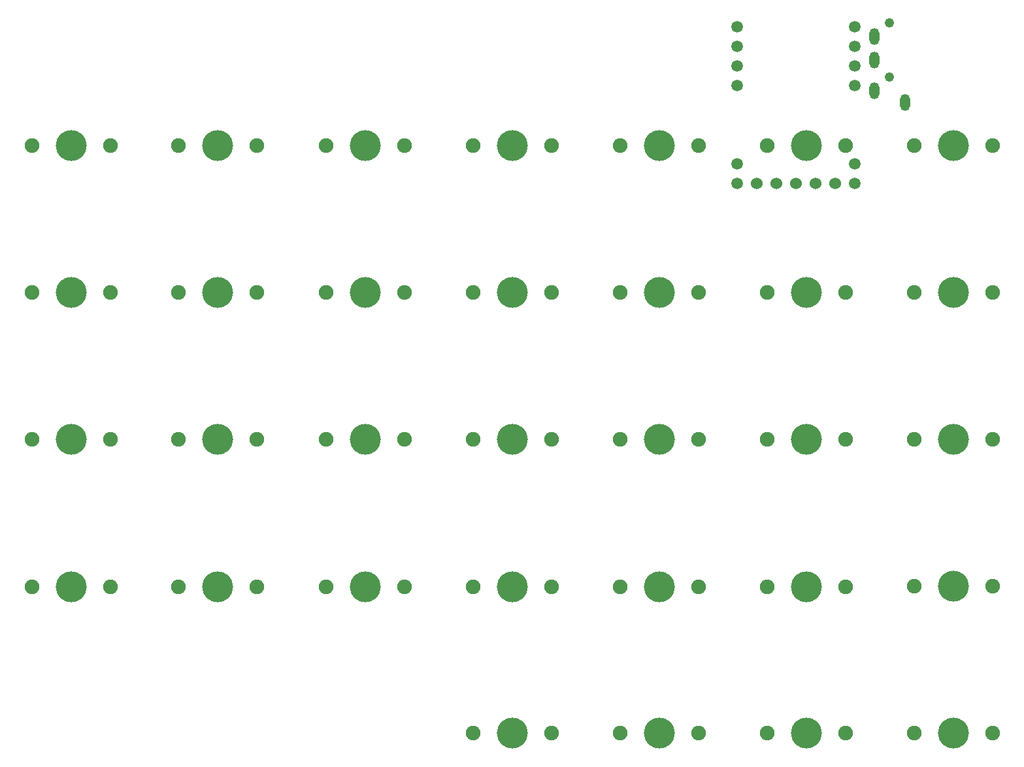
<source format=gbr>
%TF.GenerationSoftware,KiCad,Pcbnew,(7.0.0-0)*%
%TF.CreationDate,2023-04-16T10:10:33+09:00*%
%TF.ProjectId,pcb,7063622e-6b69-4636-9164-5f7063625858,rev?*%
%TF.SameCoordinates,Original*%
%TF.FileFunction,Soldermask,Top*%
%TF.FilePolarity,Negative*%
%FSLAX46Y46*%
G04 Gerber Fmt 4.6, Leading zero omitted, Abs format (unit mm)*
G04 Created by KiCad (PCBNEW (7.0.0-0)) date 2023-04-16 10:10:33*
%MOMM*%
%LPD*%
G01*
G04 APERTURE LIST*
G04 Aperture macros list*
%AMRoundRect*
0 Rectangle with rounded corners*
0 $1 Rounding radius*
0 $2 $3 $4 $5 $6 $7 $8 $9 X,Y pos of 4 corners*
0 Add a 4 corners polygon primitive as box body*
4,1,4,$2,$3,$4,$5,$6,$7,$8,$9,$2,$3,0*
0 Add four circle primitives for the rounded corners*
1,1,$1+$1,$2,$3*
1,1,$1+$1,$4,$5*
1,1,$1+$1,$6,$7*
1,1,$1+$1,$8,$9*
0 Add four rect primitives between the rounded corners*
20,1,$1+$1,$2,$3,$4,$5,0*
20,1,$1+$1,$4,$5,$6,$7,0*
20,1,$1+$1,$6,$7,$8,$9,0*
20,1,$1+$1,$8,$9,$2,$3,0*%
G04 Aperture macros list end*
%ADD10C,1.900000*%
%ADD11C,4.000000*%
%ADD12C,1.210000*%
%ADD13O,1.300000X2.200000*%
%ADD14RoundRect,0.756000X0.000000X-0.006000X0.000000X-0.006000X0.000000X0.006000X0.000000X0.006000X0*%
%ADD15RoundRect,0.756000X0.006000X0.000000X0.006000X0.000000X-0.006000X0.000000X-0.006000X0.000000X0*%
%ADD16RoundRect,0.756000X0.000000X0.006000X0.000000X0.006000X0.000000X-0.006000X0.000000X-0.006000X0*%
G04 APERTURE END LIST*
D10*
%TO.C,SW46*%
X90805000Y-95233800D03*
D11*
X95885000Y-95233800D03*
D10*
X100965000Y-95233800D03*
%TD*%
D12*
%TO.C,J1*%
X144818200Y-22100000D03*
X144818200Y-29100000D03*
D13*
X146818199Y-32399999D03*
X142818199Y-23899999D03*
X142818199Y-26899999D03*
X142818199Y-30899999D03*
%TD*%
D10*
%TO.C,SW34*%
X128905000Y-76140000D03*
D11*
X133985000Y-76140000D03*
D10*
X139065000Y-76140000D03*
%TD*%
%TO.C,SW15*%
X33655000Y-57090000D03*
D11*
X38735000Y-57090000D03*
D10*
X43815000Y-57090000D03*
%TD*%
%TO.C,SW45*%
X71755000Y-95208400D03*
D11*
X76835000Y-95208400D03*
D10*
X81915000Y-95208400D03*
%TD*%
%TO.C,SW57*%
X90865000Y-114240000D03*
D11*
X95945000Y-114240000D03*
D10*
X101025000Y-114240000D03*
%TD*%
%TO.C,SW1*%
X33655000Y-38040000D03*
D11*
X38735000Y-38040000D03*
D10*
X43815000Y-38040000D03*
%TD*%
%TO.C,SW58*%
X109855000Y-114240000D03*
D11*
X114935000Y-114240000D03*
D10*
X120015000Y-114240000D03*
%TD*%
%TO.C,SW16*%
X52635000Y-57090000D03*
D11*
X57715000Y-57090000D03*
D10*
X62795000Y-57090000D03*
%TD*%
%TO.C,SW19*%
X109855000Y-57090000D03*
D11*
X114935000Y-57090000D03*
D10*
X120015000Y-57090000D03*
%TD*%
%TO.C,SW43*%
X33655000Y-95208400D03*
D11*
X38735000Y-95208400D03*
D10*
X43815000Y-95208400D03*
%TD*%
%TO.C,SW47*%
X109855000Y-95233800D03*
D11*
X114935000Y-95233800D03*
D10*
X120015000Y-95233800D03*
%TD*%
%TO.C,SW35*%
X147955000Y-76140000D03*
D11*
X153035000Y-76140000D03*
D10*
X158115000Y-76140000D03*
%TD*%
%TO.C,SW30*%
X52635000Y-76140000D03*
D11*
X57715000Y-76140000D03*
D10*
X62795000Y-76140000D03*
%TD*%
%TO.C,SW33*%
X109855000Y-76140000D03*
D11*
X114935000Y-76140000D03*
D10*
X120015000Y-76140000D03*
%TD*%
%TO.C,SW6*%
X128905000Y-38040000D03*
D11*
X133985000Y-38040000D03*
D10*
X139065000Y-38040000D03*
%TD*%
%TO.C,SW44*%
X52635000Y-95208400D03*
D11*
X57715000Y-95208400D03*
D10*
X62795000Y-95208400D03*
%TD*%
%TO.C,SW49*%
X147955000Y-95190000D03*
D11*
X153035000Y-95190000D03*
D10*
X158115000Y-95190000D03*
%TD*%
%TO.C,SW21*%
X147955000Y-57090000D03*
D11*
X153035000Y-57090000D03*
D10*
X158115000Y-57090000D03*
%TD*%
%TO.C,SW29*%
X33655000Y-76140000D03*
D11*
X38735000Y-76140000D03*
D10*
X43815000Y-76140000D03*
%TD*%
%TO.C,SW4*%
X90805000Y-38040000D03*
D11*
X95885000Y-38040000D03*
D10*
X100965000Y-38040000D03*
%TD*%
%TO.C,SW59*%
X128905000Y-114240000D03*
D11*
X133985000Y-114240000D03*
D10*
X139065000Y-114240000D03*
%TD*%
%TO.C,SW20*%
X128905000Y-57090000D03*
D11*
X133985000Y-57090000D03*
D10*
X139065000Y-57090000D03*
%TD*%
%TO.C,SW32*%
X90805000Y-76140000D03*
D11*
X95885000Y-76140000D03*
D10*
X100965000Y-76140000D03*
%TD*%
%TO.C,SW2*%
X52635000Y-38040000D03*
D11*
X57715000Y-38040000D03*
D10*
X62795000Y-38040000D03*
%TD*%
%TO.C,SW3*%
X71755000Y-38040000D03*
D11*
X76835000Y-38040000D03*
D10*
X81915000Y-38040000D03*
%TD*%
%TO.C,SW7*%
X147955000Y-38040000D03*
D11*
X153035000Y-38040000D03*
D10*
X158115000Y-38040000D03*
%TD*%
%TO.C,SW17*%
X71755000Y-57090000D03*
D11*
X76835000Y-57090000D03*
D10*
X81915000Y-57090000D03*
%TD*%
%TO.C,SW48*%
X128905000Y-95233800D03*
D11*
X133985000Y-95233800D03*
D10*
X139065000Y-95233800D03*
%TD*%
%TO.C,SW60*%
X147955000Y-114240000D03*
D11*
X153035000Y-114240000D03*
D10*
X158115000Y-114240000D03*
%TD*%
%TO.C,SW18*%
X90805000Y-57090000D03*
D11*
X95885000Y-57090000D03*
D10*
X100965000Y-57090000D03*
%TD*%
%TO.C,SW31*%
X71755000Y-76140000D03*
D11*
X76835000Y-76140000D03*
D10*
X81915000Y-76140000D03*
%TD*%
%TO.C,SW5*%
X109855000Y-38040000D03*
D11*
X114935000Y-38040000D03*
D10*
X120015000Y-38040000D03*
%TD*%
D14*
%TO.C,A1*%
X125012800Y-22555200D03*
X125012800Y-25095200D03*
X125012800Y-27635200D03*
X125012800Y-30175200D03*
X125012800Y-40335200D03*
X125012800Y-42875200D03*
D15*
X127558800Y-42881200D03*
X130098800Y-42881200D03*
X132638800Y-42881200D03*
X135178800Y-42881200D03*
X137718800Y-42881200D03*
D16*
X140264800Y-42875200D03*
X140264800Y-40335200D03*
X140264800Y-30175200D03*
X140264800Y-27635200D03*
X140264800Y-22555200D03*
X140264800Y-25095200D03*
%TD*%
M02*

</source>
